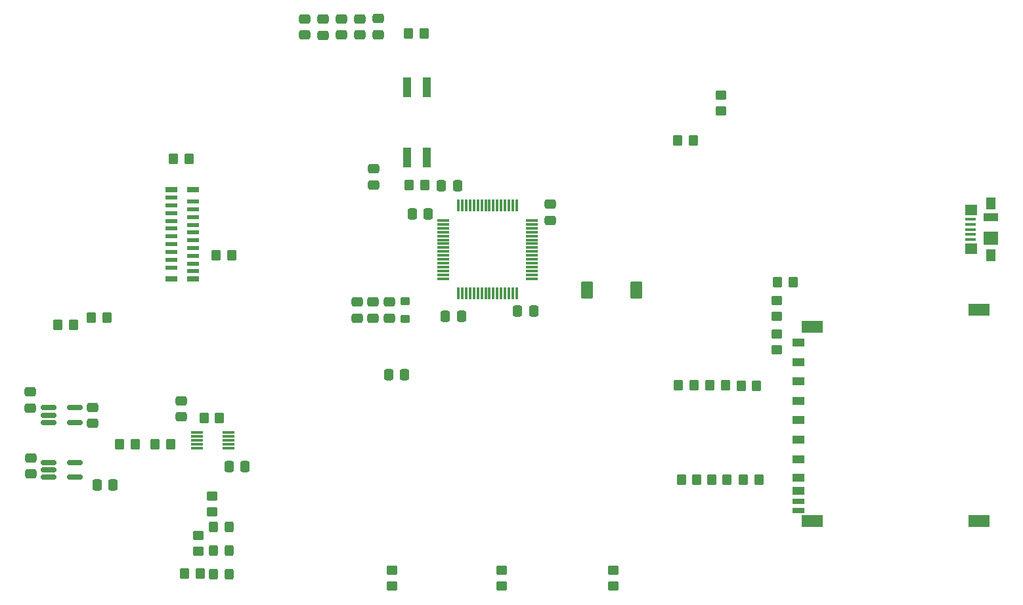
<source format=gtp>
G04 #@! TF.GenerationSoftware,KiCad,Pcbnew,9.0.4*
G04 #@! TF.CreationDate,2025-10-16T22:23:07+02:00*
G04 #@! TF.ProjectId,fotoaparat,666f746f-6170-4617-9261-742e6b696361,rev?*
G04 #@! TF.SameCoordinates,Original*
G04 #@! TF.FileFunction,Paste,Top*
G04 #@! TF.FilePolarity,Positive*
%FSLAX46Y46*%
G04 Gerber Fmt 4.6, Leading zero omitted, Abs format (unit mm)*
G04 Created by KiCad (PCBNEW 9.0.4) date 2025-10-16 22:23:07*
%MOMM*%
%LPD*%
G01*
G04 APERTURE LIST*
G04 Aperture macros list*
%AMRoundRect*
0 Rectangle with rounded corners*
0 $1 Rounding radius*
0 $2 $3 $4 $5 $6 $7 $8 $9 X,Y pos of 4 corners*
0 Add a 4 corners polygon primitive as box body*
4,1,4,$2,$3,$4,$5,$6,$7,$8,$9,$2,$3,0*
0 Add four circle primitives for the rounded corners*
1,1,$1+$1,$2,$3*
1,1,$1+$1,$4,$5*
1,1,$1+$1,$6,$7*
1,1,$1+$1,$8,$9*
0 Add four rect primitives between the rounded corners*
20,1,$1+$1,$2,$3,$4,$5,0*
20,1,$1+$1,$4,$5,$6,$7,0*
20,1,$1+$1,$6,$7,$8,$9,0*
20,1,$1+$1,$8,$9,$2,$3,0*%
G04 Aperture macros list end*
%ADD10R,1.498600X0.990600*%
%ADD11R,1.498600X0.711200*%
%ADD12R,2.794000X1.498600*%
%ADD13RoundRect,0.250000X0.475000X-0.337500X0.475000X0.337500X-0.475000X0.337500X-0.475000X-0.337500X0*%
%ADD14RoundRect,0.250000X-0.475000X0.337500X-0.475000X-0.337500X0.475000X-0.337500X0.475000X0.337500X0*%
%ADD15RoundRect,0.075000X-0.700000X-0.075000X0.700000X-0.075000X0.700000X0.075000X-0.700000X0.075000X0*%
%ADD16RoundRect,0.075000X-0.075000X-0.700000X0.075000X-0.700000X0.075000X0.700000X-0.075000X0.700000X0*%
%ADD17R,1.380000X0.450000*%
%ADD18R,1.550000X1.425000*%
%ADD19R,1.300000X1.650000*%
%ADD20R,1.900000X1.800000*%
%ADD21R,1.900000X1.000000*%
%ADD22RoundRect,0.250000X-0.325000X-0.450000X0.325000X-0.450000X0.325000X0.450000X-0.325000X0.450000X0*%
%ADD23RoundRect,0.162500X-0.837500X-0.162500X0.837500X-0.162500X0.837500X0.162500X-0.837500X0.162500X0*%
%ADD24RoundRect,0.250000X-0.350000X-0.450000X0.350000X-0.450000X0.350000X0.450000X-0.350000X0.450000X0*%
%ADD25RoundRect,0.250000X-0.337500X-0.475000X0.337500X-0.475000X0.337500X0.475000X-0.337500X0.475000X0*%
%ADD26RoundRect,0.250000X0.450000X-0.350000X0.450000X0.350000X-0.450000X0.350000X-0.450000X-0.350000X0*%
%ADD27RoundRect,0.250000X0.350000X0.450000X-0.350000X0.450000X-0.350000X-0.450000X0.350000X-0.450000X0*%
%ADD28RoundRect,0.250000X-0.350000X0.275000X-0.350000X-0.275000X0.350000X-0.275000X0.350000X0.275000X0*%
%ADD29R,1.500000X0.600000*%
%ADD30R,1.500000X0.800000*%
%ADD31RoundRect,0.250000X0.337500X0.475000X-0.337500X0.475000X-0.337500X-0.475000X0.337500X-0.475000X0*%
%ADD32RoundRect,0.250000X-0.550000X-0.850000X0.550000X-0.850000X0.550000X0.850000X-0.550000X0.850000X0*%
%ADD33RoundRect,0.250000X-0.450000X0.350000X-0.450000X-0.350000X0.450000X-0.350000X0.450000X0.350000X0*%
%ADD34R,1.512799X0.330200*%
%ADD35R,1.000000X2.500000*%
G04 APERTURE END LIST*
D10*
X182293599Y-114125000D03*
X182293599Y-116625000D03*
X182293599Y-119125000D03*
X182293599Y-121625000D03*
X182293599Y-124125000D03*
X182293599Y-126625000D03*
X182293599Y-129049999D03*
X182293599Y-130750021D03*
X182293599Y-111625000D03*
D11*
X182293599Y-132050001D03*
X182293599Y-133249897D03*
D12*
X184093601Y-134650001D03*
X184093601Y-109550000D03*
X205593601Y-134649998D03*
X205593601Y-107350002D03*
D13*
X123400000Y-71900000D03*
X123400000Y-69825000D03*
D14*
X83300000Y-126462500D03*
X83300000Y-128537500D03*
D15*
X136525000Y-95850000D03*
X136525000Y-96350000D03*
X136525000Y-96850000D03*
X136525000Y-97350000D03*
X136525000Y-97850000D03*
X136525000Y-98350000D03*
X136525000Y-98850000D03*
X136525000Y-99350000D03*
X136525000Y-99850000D03*
X136525000Y-100350000D03*
X136525000Y-100850000D03*
X136525000Y-101350000D03*
X136525000Y-101850000D03*
X136525000Y-102350000D03*
X136525000Y-102850000D03*
X136525000Y-103350000D03*
D16*
X138450000Y-105275000D03*
X138950000Y-105275000D03*
X139450000Y-105275000D03*
X139950000Y-105275000D03*
X140450000Y-105275000D03*
X140950000Y-105275000D03*
X141450000Y-105275000D03*
X141950000Y-105275000D03*
X142450000Y-105275000D03*
X142950000Y-105275000D03*
X143450000Y-105275000D03*
X143950000Y-105275000D03*
X144450000Y-105275000D03*
X144950000Y-105275000D03*
X145450000Y-105275000D03*
X145950000Y-105275000D03*
D15*
X147875000Y-103350000D03*
X147875000Y-102850000D03*
X147875000Y-102350000D03*
X147875000Y-101850000D03*
X147875000Y-101350000D03*
X147875000Y-100850000D03*
X147875000Y-100350000D03*
X147875000Y-99850000D03*
X147875000Y-99350000D03*
X147875000Y-98850000D03*
X147875000Y-98350000D03*
X147875000Y-97850000D03*
X147875000Y-97350000D03*
X147875000Y-96850000D03*
X147875000Y-96350000D03*
X147875000Y-95850000D03*
D16*
X145950000Y-93925000D03*
X145450000Y-93925000D03*
X144950000Y-93925000D03*
X144450000Y-93925000D03*
X143950000Y-93925000D03*
X143450000Y-93925000D03*
X142950000Y-93925000D03*
X142450000Y-93925000D03*
X141950000Y-93925000D03*
X141450000Y-93925000D03*
X140950000Y-93925000D03*
X140450000Y-93925000D03*
X139950000Y-93925000D03*
X139450000Y-93925000D03*
X138950000Y-93925000D03*
X138450000Y-93925000D03*
D17*
X204475000Y-98300000D03*
X204475000Y-97650000D03*
X204475000Y-97000000D03*
X204475000Y-96350000D03*
X204475000Y-95700000D03*
D18*
X204560000Y-99487000D03*
X204560000Y-94513000D03*
D19*
X207135000Y-100375000D03*
D20*
X207135000Y-98150000D03*
D21*
X207135000Y-95450000D03*
D19*
X207135000Y-93625000D03*
D13*
X83200000Y-120037500D03*
X83200000Y-117962500D03*
D22*
X106815000Y-138400000D03*
X108865000Y-138400000D03*
D23*
X85580000Y-127050000D03*
X85580000Y-128000000D03*
X85580000Y-128950000D03*
X89000000Y-128950000D03*
X89000000Y-127050000D03*
D13*
X125700000Y-71900000D03*
X125700000Y-69825000D03*
D24*
X105640000Y-121300000D03*
X107640000Y-121300000D03*
X107200000Y-100300000D03*
X109200000Y-100300000D03*
D23*
X85580000Y-120000000D03*
X85580000Y-120950000D03*
X85580000Y-121900000D03*
X89000000Y-121900000D03*
X89000000Y-120000000D03*
D24*
X86800000Y-109300000D03*
X88800000Y-109300000D03*
D25*
X132462500Y-95000000D03*
X134537500Y-95000000D03*
D22*
X106815000Y-135360000D03*
X108865000Y-135360000D03*
D26*
X172300000Y-81700000D03*
X172300000Y-79700000D03*
D24*
X170900000Y-117100000D03*
X172900000Y-117100000D03*
D27*
X105140000Y-141400000D03*
X103140000Y-141400000D03*
D13*
X150300000Y-95837500D03*
X150300000Y-93762500D03*
D14*
X127500000Y-89162500D03*
X127500000Y-91237500D03*
D25*
X108865000Y-127600000D03*
X110940000Y-127600000D03*
D24*
X167200000Y-129300000D03*
X169200000Y-129300000D03*
D14*
X129500000Y-106362500D03*
X129500000Y-108437500D03*
D28*
X131600000Y-106250000D03*
X131600000Y-108550000D03*
D27*
X168700000Y-85500000D03*
X166700000Y-85500000D03*
D24*
X132000000Y-71700000D03*
X134000000Y-71700000D03*
D29*
X101400000Y-92900000D03*
X104200000Y-93400000D03*
X101400000Y-93900000D03*
X104200000Y-94400000D03*
X101400000Y-94900000D03*
X104200000Y-95400000D03*
X101400000Y-95900000D03*
X104200000Y-96400000D03*
X101400000Y-96900000D03*
X104200000Y-97400000D03*
X101400000Y-97900000D03*
X104200000Y-98400000D03*
X101400000Y-98900000D03*
X104200000Y-99400000D03*
X101400000Y-99900000D03*
X104200000Y-100400000D03*
X101400000Y-100900000D03*
X104200000Y-101400000D03*
X101400000Y-101900000D03*
X104200000Y-102400000D03*
D30*
X104200000Y-91900000D03*
X101400000Y-91900000D03*
X104200000Y-103400000D03*
X101400000Y-103400000D03*
D13*
X118600000Y-71900000D03*
X118600000Y-69825000D03*
X121000000Y-71937500D03*
X121000000Y-69862500D03*
D31*
X131500000Y-115700000D03*
X129425000Y-115700000D03*
D32*
X155000000Y-104800000D03*
X161400000Y-104800000D03*
D13*
X102740000Y-121175000D03*
X102740000Y-119100000D03*
D26*
X104940000Y-138500000D03*
X104940000Y-136500000D03*
D27*
X93100000Y-108400000D03*
X91100000Y-108400000D03*
D33*
X179500000Y-110500000D03*
X179500000Y-112500000D03*
D34*
X108829400Y-125200000D03*
X108829400Y-124699998D03*
X108829400Y-124199999D03*
X108829400Y-123700000D03*
X108829400Y-123199998D03*
X104740000Y-123199998D03*
X104740000Y-123700000D03*
X104740000Y-124199999D03*
X104740000Y-124699998D03*
X104740000Y-125200000D03*
D24*
X101700000Y-87900000D03*
X103700000Y-87900000D03*
X166800000Y-117100000D03*
X168800000Y-117100000D03*
D26*
X106640000Y-133400000D03*
X106640000Y-131400000D03*
D33*
X158400000Y-141000000D03*
X158400000Y-143000000D03*
D24*
X174900000Y-117200000D03*
X176900000Y-117200000D03*
D31*
X138337500Y-91400000D03*
X136262500Y-91400000D03*
D13*
X128100000Y-71875000D03*
X128100000Y-69800000D03*
D24*
X175200000Y-129300000D03*
X177200000Y-129300000D03*
D13*
X91300000Y-122037500D03*
X91300000Y-119962500D03*
D33*
X144000000Y-141000000D03*
X144000000Y-143000000D03*
D27*
X96740000Y-124700000D03*
X94740000Y-124700000D03*
D31*
X93937500Y-130000000D03*
X91862500Y-130000000D03*
D35*
X131830000Y-87750000D03*
X134370000Y-87750000D03*
X131830000Y-78650000D03*
X134370000Y-78650000D03*
D25*
X136762500Y-108200000D03*
X138837500Y-108200000D03*
D27*
X181600000Y-103800000D03*
X179600000Y-103800000D03*
D13*
X125400000Y-108437500D03*
X125400000Y-106362500D03*
D14*
X127400000Y-106362500D03*
X127400000Y-108437500D03*
D27*
X134100000Y-91300000D03*
X132100000Y-91300000D03*
D24*
X171100000Y-129300000D03*
X173100000Y-129300000D03*
D33*
X179500000Y-106200000D03*
X179500000Y-108200000D03*
D22*
X106815000Y-141440000D03*
X108865000Y-141440000D03*
D33*
X129900000Y-141000000D03*
X129900000Y-143000000D03*
D25*
X146062500Y-107500000D03*
X148137500Y-107500000D03*
D27*
X101340000Y-124700000D03*
X99340000Y-124700000D03*
M02*

</source>
